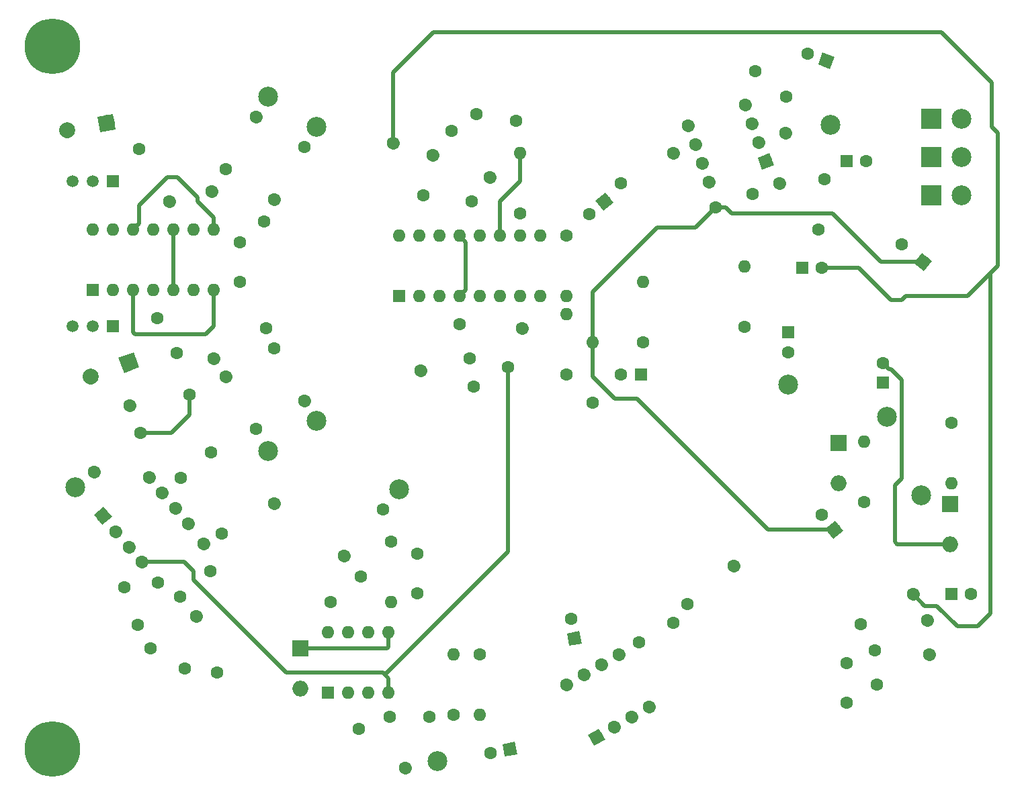
<source format=gbr>
G04 #@! TF.GenerationSoftware,KiCad,Pcbnew,(5.1.2-1)-1*
G04 #@! TF.CreationDate,2021-02-01T13:45:36-05:00*
G04 #@! TF.ProjectId,MFOS - Voltage Controlled Reverb,4d464f53-202d-4205-966f-6c7461676520,rev?*
G04 #@! TF.SameCoordinates,Original*
G04 #@! TF.FileFunction,Copper,L2,Bot*
G04 #@! TF.FilePolarity,Positive*
%FSLAX46Y46*%
G04 Gerber Fmt 4.6, Leading zero omitted, Abs format (unit mm)*
G04 Created by KiCad (PCBNEW (5.1.2-1)-1) date 2021-02-01 13:45:36*
%MOMM*%
%LPD*%
G04 APERTURE LIST*
%ADD10C,7.000000*%
%ADD11C,1.600000*%
%ADD12C,0.100000*%
%ADD13R,1.600000X1.600000*%
%ADD14R,1.500000X1.500000*%
%ADD15C,1.500000*%
%ADD16C,2.000000*%
%ADD17C,2.000000*%
%ADD18R,2.000000X2.000000*%
%ADD19O,2.000000X2.000000*%
%ADD20C,2.499360*%
%ADD21R,2.499360X2.499360*%
%ADD22C,1.600000*%
%ADD23O,1.600000X1.600000*%
%ADD24C,0.500000*%
G04 APERTURE END LIST*
D10*
X18288000Y-106680000D03*
X18288000Y-18034000D03*
D11*
X113474768Y-18956950D03*
X115824000Y-19812000D03*
D12*
G36*
X116849370Y-19333862D02*
G01*
X116302138Y-20837370D01*
X114798630Y-20290138D01*
X115345862Y-18786630D01*
X116849370Y-19333862D01*
X116849370Y-19333862D01*
G37*
D11*
X110998000Y-56602000D03*
D13*
X110998000Y-54102000D03*
D11*
X83639880Y-90247981D03*
X84074000Y-92710000D03*
D12*
G36*
X85000765Y-93358928D02*
G01*
X83425072Y-93636765D01*
X83147235Y-92061072D01*
X84722928Y-91783235D01*
X85000765Y-93358928D01*
X85000765Y-93358928D01*
G37*
D11*
X134072000Y-87122000D03*
D13*
X131572000Y-87122000D03*
D11*
X122936000Y-57952000D03*
D13*
X122936000Y-60452000D03*
D11*
X73483981Y-107114120D03*
X75946000Y-106680000D03*
D12*
G36*
X76594928Y-105753235D02*
G01*
X76872765Y-107328928D01*
X75297072Y-107606765D01*
X75019235Y-106031072D01*
X76594928Y-105753235D01*
X76594928Y-105753235D01*
G37*
D11*
X120864000Y-32512000D03*
D13*
X118364000Y-32512000D03*
D11*
X85968889Y-39198969D03*
X87884000Y-37592000D03*
D12*
G36*
X87982605Y-36464934D02*
G01*
X89011066Y-37690605D01*
X87785395Y-38719066D01*
X86756934Y-37493395D01*
X87982605Y-36464934D01*
X87982605Y-36464934D01*
G37*
D11*
X115276000Y-45974000D03*
D13*
X112776000Y-45974000D03*
D11*
X89956000Y-59436000D03*
D13*
X92456000Y-59436000D03*
D11*
X115233031Y-77078889D03*
X116840000Y-78994000D03*
D12*
G36*
X117967066Y-79092605D02*
G01*
X116741395Y-80121066D01*
X115712934Y-78895395D01*
X116938605Y-77866934D01*
X117967066Y-79092605D01*
X117967066Y-79092605D01*
G37*
D14*
X25908000Y-35052000D03*
D15*
X20828000Y-35052000D03*
X23368000Y-35052000D03*
D14*
X25908000Y-53340000D03*
D15*
X20828000Y-53340000D03*
X23368000Y-53340000D03*
D11*
X38258061Y-84237861D03*
X34427839Y-87451799D03*
X96532127Y-90718000D03*
X92202000Y-93218000D03*
X35021677Y-96447442D03*
X30691550Y-93947442D03*
X64262000Y-87042000D03*
X64262000Y-82042000D03*
X106552463Y-36643899D03*
X101854000Y-38354000D03*
X34483068Y-72422786D03*
X38313290Y-69208848D03*
X57170222Y-84924062D03*
X53340000Y-88138000D03*
X31496000Y-52324000D03*
X33996000Y-56654127D03*
X71783961Y-26563759D03*
X76708000Y-27432000D03*
X128016000Y-45212000D03*
D12*
G36*
X129143066Y-45113395D02*
G01*
X128114605Y-46339066D01*
X126888934Y-45310605D01*
X127917395Y-44084934D01*
X129143066Y-45113395D01*
X129143066Y-45113395D01*
G37*
D11*
X125334844Y-42962243D03*
X110744000Y-24384000D03*
X106913778Y-21170062D03*
X27381492Y-86272186D03*
X29091593Y-90970649D03*
X65786000Y-102616000D03*
X60786000Y-102616000D03*
X41910000Y-42752000D03*
X41910000Y-47752000D03*
X71374000Y-60960000D03*
X75704127Y-58460000D03*
X118364000Y-95838000D03*
X118364000Y-100838000D03*
D16*
X23166361Y-59649462D03*
D17*
X23166361Y-59649462D02*
X23166361Y-59649462D01*
D16*
X27940000Y-57912000D03*
D12*
G36*
X28537672Y-56630287D02*
G01*
X29221713Y-58509672D01*
X27342328Y-59193713D01*
X26658287Y-57314328D01*
X28537672Y-56630287D01*
X28537672Y-56630287D01*
G37*
D16*
X25146000Y-27686000D03*
D12*
G36*
X25957160Y-26527544D02*
G01*
X26304456Y-28497160D01*
X24334840Y-28844456D01*
X23987544Y-26874840D01*
X25957160Y-26527544D01*
X25957160Y-26527544D01*
G37*
D16*
X20143177Y-28568133D03*
D17*
X20143177Y-28568133D02*
X20143177Y-28568133D01*
D18*
X49530000Y-93980000D03*
D19*
X49530000Y-99060000D03*
X131419600Y-80822800D03*
D18*
X131419600Y-75742800D03*
D20*
X51562000Y-65278000D03*
X116332000Y-27940000D03*
X45466000Y-24384000D03*
X45466000Y-69088000D03*
X51562000Y-28194000D03*
X61976000Y-73914000D03*
X66802000Y-108204000D03*
X21218287Y-73606053D03*
X123444000Y-64770000D03*
X110998000Y-60706000D03*
D21*
X129032000Y-32004000D03*
D20*
X132842000Y-32004000D03*
X132842000Y-36830000D03*
D21*
X129032000Y-36830000D03*
X129032000Y-27178000D03*
D20*
X132842000Y-27178000D03*
X127762000Y-74676000D03*
D11*
X29390451Y-66748795D03*
X23553192Y-71646837D03*
D22*
X23553192Y-71646837D02*
X23553192Y-71646837D01*
D11*
X36477041Y-89872162D03*
D22*
X36477041Y-89872162D02*
X36477041Y-89872162D01*
D11*
X39083234Y-97032620D03*
X31572652Y-85657329D03*
X37409911Y-80759287D03*
D22*
X37409911Y-80759287D02*
X37409911Y-80759287D01*
D11*
X120624600Y-75514200D03*
D23*
X120624600Y-67894200D03*
X131572000Y-73152000D03*
D11*
X131572000Y-65532000D03*
X98298000Y-88392000D03*
X104135259Y-83493958D03*
D22*
X104135259Y-83493958D02*
X104135259Y-83493958D01*
D11*
X35560000Y-61976000D03*
X28055765Y-63299199D03*
D22*
X28055765Y-63299199D02*
X28055765Y-63299199D01*
D11*
X39624000Y-79502000D03*
X46223114Y-75692000D03*
D22*
X46223114Y-75692000D02*
X46223114Y-75692000D01*
D11*
X120142000Y-90932000D03*
X126741114Y-87122000D03*
D22*
X126741114Y-87122000D02*
X126741114Y-87122000D01*
D11*
X83058000Y-59436000D03*
D23*
X83058000Y-51816000D03*
D11*
X45212000Y-53594000D03*
X38612886Y-57404000D03*
D22*
X38612886Y-57404000D02*
X38612886Y-57404000D01*
D11*
X64697958Y-58923259D03*
D22*
X64697958Y-58923259D02*
X64697958Y-58923259D01*
D11*
X69596000Y-53086000D03*
X50038000Y-62733114D03*
D22*
X50038000Y-62733114D02*
X50038000Y-62733114D01*
D11*
X46228000Y-56134000D03*
X43942000Y-66294000D03*
X40132000Y-59694886D03*
D22*
X40132000Y-59694886D02*
X40132000Y-59694886D01*
D11*
X77465114Y-53594000D03*
D22*
X77465114Y-53594000D02*
X77465114Y-53594000D01*
D11*
X70866000Y-57404000D03*
X86360000Y-62992000D03*
D23*
X86360000Y-55372000D03*
X92710000Y-47752000D03*
D11*
X92710000Y-55372000D03*
X61214000Y-30230886D03*
D22*
X61214000Y-30230886D02*
X61214000Y-30230886D01*
D11*
X65024000Y-36830000D03*
X89916000Y-35306000D03*
X96515114Y-31496000D03*
D22*
X96515114Y-31496000D02*
X96515114Y-31496000D01*
D23*
X105486200Y-45745400D03*
D11*
X105486200Y-53365400D03*
X33020000Y-37587114D03*
D22*
X33020000Y-37587114D02*
X33020000Y-37587114D01*
D11*
X29210000Y-30988000D03*
X110671958Y-28960741D03*
D22*
X110671958Y-28960741D02*
X110671958Y-28960741D01*
D11*
X115570000Y-34798000D03*
X109909958Y-35310741D03*
D22*
X109909958Y-35310741D02*
X109909958Y-35310741D01*
D11*
X114808000Y-41148000D03*
X44958000Y-40132000D03*
X38358886Y-36322000D03*
D22*
X38358886Y-36322000D02*
X38358886Y-36322000D01*
D11*
X71120000Y-37592000D03*
X66221958Y-31754741D03*
D22*
X66221958Y-31754741D02*
X66221958Y-31754741D01*
D23*
X83058000Y-49530000D03*
D11*
X83058000Y-41910000D03*
X43942000Y-26928886D03*
D22*
X43942000Y-26928886D02*
X43942000Y-26928886D01*
D11*
X40132000Y-33528000D03*
X50038000Y-30734000D03*
X46228000Y-37333114D03*
D22*
X46228000Y-37333114D02*
X46228000Y-37333114D01*
D11*
X73478042Y-34539259D03*
D22*
X73478042Y-34539259D02*
X73478042Y-34539259D01*
D11*
X68580000Y-28702000D03*
X77216000Y-39116000D03*
D23*
X77216000Y-31496000D03*
D11*
X60960000Y-80518000D03*
D23*
X60960000Y-88138000D03*
D11*
X56896000Y-104140000D03*
X62733259Y-109038042D03*
D22*
X62733259Y-109038042D02*
X62733259Y-109038042D01*
D11*
X55045958Y-82291259D03*
D22*
X55045958Y-82291259D02*
X55045958Y-82291259D01*
D11*
X59944000Y-76454000D03*
X72136000Y-94742000D03*
D23*
X72136000Y-102362000D03*
X68834000Y-94742000D03*
D11*
X68834000Y-102362000D03*
X128519114Y-90424000D03*
D22*
X128519114Y-90424000D02*
X128519114Y-90424000D01*
D11*
X121920000Y-94234000D03*
X128773114Y-94742000D03*
D22*
X128773114Y-94742000D02*
X128773114Y-94742000D01*
D11*
X122174000Y-98552000D03*
X86868000Y-105156000D03*
D12*
G36*
X87960820Y-105448820D02*
G01*
X86575180Y-106248820D01*
X85775180Y-104863180D01*
X87160820Y-104063180D01*
X87960820Y-105448820D01*
X87960820Y-105448820D01*
G37*
D11*
X89657114Y-94746886D03*
D22*
X89657114Y-94746886D02*
X89657114Y-94746886D01*
D11*
X89067705Y-103886000D03*
D22*
X89067705Y-103886000D02*
X89067705Y-103886000D01*
D11*
X87457409Y-96016886D03*
D22*
X87457409Y-96016886D02*
X87457409Y-96016886D01*
D11*
X91267409Y-102616000D03*
D22*
X91267409Y-102616000D02*
X91267409Y-102616000D01*
D11*
X85257705Y-97286886D03*
D22*
X85257705Y-97286886D02*
X85257705Y-97286886D01*
D11*
X93467114Y-101346000D03*
D22*
X93467114Y-101346000D02*
X93467114Y-101346000D01*
D11*
X83058000Y-98556886D03*
D22*
X83058000Y-98556886D02*
X83058000Y-98556886D01*
D11*
X30524875Y-72328897D03*
D22*
X30524875Y-72328897D02*
X30524875Y-72328897D01*
D11*
X29585658Y-83064198D03*
D22*
X29585658Y-83064198D02*
X29585658Y-83064198D01*
D11*
X32157555Y-74274650D03*
D22*
X32157555Y-74274650D02*
X32157555Y-74274650D01*
D11*
X27952977Y-81118445D03*
D22*
X27952977Y-81118445D02*
X27952977Y-81118445D01*
D11*
X33790236Y-76220403D03*
D22*
X33790236Y-76220403D02*
X33790236Y-76220403D01*
D11*
X26320297Y-79172692D03*
D22*
X26320297Y-79172692D02*
X26320297Y-79172692D01*
D11*
X35422916Y-78166156D03*
D22*
X35422916Y-78166156D02*
X35422916Y-78166156D01*
D11*
X24687616Y-77226939D03*
D12*
G36*
X24589011Y-78354005D02*
G01*
X23560550Y-77128334D01*
X24786221Y-76099873D01*
X25814682Y-77325544D01*
X24589011Y-78354005D01*
X24589011Y-78354005D01*
G37*
D13*
X23368000Y-48768000D03*
D23*
X38608000Y-41148000D03*
X25908000Y-48768000D03*
X36068000Y-41148000D03*
X28448000Y-48768000D03*
X33528000Y-41148000D03*
X30988000Y-48768000D03*
X30988000Y-41148000D03*
X33528000Y-48768000D03*
X28448000Y-41148000D03*
X36068000Y-48768000D03*
X25908000Y-41148000D03*
X38608000Y-48768000D03*
X23368000Y-41148000D03*
D13*
X61976000Y-49530000D03*
D23*
X79756000Y-41910000D03*
X64516000Y-49530000D03*
X77216000Y-41910000D03*
X67056000Y-49530000D03*
X74676000Y-41910000D03*
X69596000Y-49530000D03*
X72136000Y-41910000D03*
X72136000Y-49530000D03*
X69596000Y-41910000D03*
X74676000Y-49530000D03*
X67056000Y-41910000D03*
X77216000Y-49530000D03*
X64516000Y-41910000D03*
X79756000Y-49530000D03*
X61976000Y-41910000D03*
D11*
X101043542Y-35118193D03*
D22*
X101043542Y-35118193D02*
X101043542Y-35118193D01*
D11*
X105597807Y-25351542D03*
D22*
X105597807Y-25351542D02*
X105597807Y-25351542D01*
D11*
X100174811Y-32731374D03*
D22*
X100174811Y-32731374D02*
X100174811Y-32731374D01*
D11*
X106466538Y-27738361D03*
D22*
X106466538Y-27738361D02*
X106466538Y-27738361D01*
D11*
X99306080Y-30344555D03*
D22*
X99306080Y-30344555D02*
X99306080Y-30344555D01*
D11*
X107335269Y-30125181D03*
D22*
X107335269Y-30125181D02*
X107335269Y-30125181D01*
D11*
X98437349Y-27957736D03*
D22*
X98437349Y-27957736D02*
X98437349Y-27957736D01*
D11*
X108204000Y-32512000D03*
D12*
G36*
X108682138Y-31486630D02*
G01*
X109229370Y-32990138D01*
X107725862Y-33537370D01*
X107178630Y-32033862D01*
X108682138Y-31486630D01*
X108682138Y-31486630D01*
G37*
D13*
X53060600Y-99542600D03*
D23*
X60680600Y-91922600D03*
X55600600Y-99542600D03*
X58140600Y-91922600D03*
X58140600Y-99542600D03*
X55600600Y-91922600D03*
X60680600Y-99542600D03*
X53060600Y-91922600D03*
D18*
X117348000Y-68072000D03*
D19*
X117348000Y-73152000D03*
D24*
X86360000Y-55372000D02*
X86360000Y-49022000D01*
X86360000Y-49022000D02*
X94488000Y-40894000D01*
X99314000Y-40894000D02*
X101854000Y-38354000D01*
X94488000Y-40894000D02*
X99314000Y-40894000D01*
X128016000Y-45212000D02*
X122682000Y-45212000D01*
X122682000Y-45212000D02*
X116586000Y-39116000D01*
X116586000Y-39116000D02*
X103886000Y-39116000D01*
X103124000Y-38354000D02*
X101854000Y-38354000D01*
X103886000Y-39116000D02*
X103124000Y-38354000D01*
X116840000Y-78994000D02*
X108458000Y-78994000D01*
X108458000Y-78994000D02*
X91948000Y-62484000D01*
X91948000Y-62484000D02*
X89154000Y-62484000D01*
X89154000Y-62484000D02*
X86360000Y-59690000D01*
X86360000Y-59690000D02*
X86360000Y-55372000D01*
X74676000Y-41910000D02*
X74676000Y-37592000D01*
X77216000Y-35052000D02*
X77216000Y-31496000D01*
X74676000Y-37592000D02*
X77216000Y-35052000D01*
X29390451Y-66748795D02*
X33327205Y-66748795D01*
X35560000Y-64516000D02*
X35560000Y-61976000D01*
X33327205Y-66748795D02*
X35560000Y-64516000D01*
X33528000Y-48768000D02*
X33528000Y-41148000D01*
X124460000Y-73406000D02*
X124460000Y-80518000D01*
X125343681Y-72522319D02*
X124460000Y-73406000D01*
X124460000Y-80518000D02*
X124764800Y-80822800D01*
X123735999Y-58751999D02*
X124006001Y-58751999D01*
X125343681Y-60089679D02*
X125343681Y-72522319D01*
X124764800Y-80822800D02*
X131419600Y-80822800D01*
X124006001Y-58751999D02*
X125343681Y-60089679D01*
X122936000Y-57952000D02*
X123735999Y-58751999D01*
X70395999Y-42709999D02*
X69596000Y-41910000D01*
X70395999Y-48730001D02*
X70395999Y-42709999D01*
X69596000Y-49530000D02*
X70395999Y-48730001D01*
X115276000Y-45974000D02*
X119888000Y-45974000D01*
X119888000Y-45974000D02*
X123952000Y-50038000D01*
X125334926Y-50038000D02*
X125842926Y-49530000D01*
X123952000Y-50038000D02*
X125334926Y-50038000D01*
X125842926Y-49530000D02*
X133604000Y-49530000D01*
X137414000Y-28938471D02*
X136652000Y-28176471D01*
X137414000Y-45720000D02*
X137414000Y-28938471D01*
X136652000Y-28176471D02*
X136652000Y-22606000D01*
X136652000Y-22606000D02*
X130302000Y-16256000D01*
X130302000Y-16256000D02*
X66294000Y-16256000D01*
X61214000Y-21336000D02*
X61214000Y-30230886D01*
X66294000Y-16256000D02*
X61214000Y-21336000D01*
X128191115Y-88572001D02*
X129720001Y-88572001D01*
X126741114Y-87122000D02*
X128191115Y-88572001D01*
X129720001Y-88572001D02*
X132334000Y-91186000D01*
X132334000Y-91186000D02*
X134874000Y-91186000D01*
X134874000Y-91186000D02*
X136525000Y-89535000D01*
X136525000Y-89535000D02*
X136525000Y-46609000D01*
X136525000Y-46609000D02*
X137414000Y-45720000D01*
X133604000Y-49530000D02*
X136525000Y-46609000D01*
X60680600Y-93751400D02*
X60680600Y-91922600D01*
X60452000Y-93980000D02*
X60680600Y-93751400D01*
X49530000Y-93980000D02*
X60452000Y-93980000D01*
X60680600Y-97764600D02*
X60680600Y-99542600D01*
X47752000Y-97028000D02*
X59944000Y-97028000D01*
X36068000Y-84193802D02*
X36068000Y-85344000D01*
X36068000Y-85344000D02*
X47752000Y-97028000D01*
X34938396Y-83064198D02*
X36068000Y-84193802D01*
X29585658Y-83064198D02*
X34938396Y-83064198D01*
X75704127Y-81775873D02*
X75704127Y-58460000D01*
X60198000Y-97282000D02*
X75704127Y-81775873D01*
X59944000Y-97028000D02*
X60198000Y-97282000D01*
X60198000Y-97282000D02*
X60680600Y-97764600D01*
X28448000Y-48768000D02*
X28448000Y-54102000D01*
X28448000Y-54102000D02*
X28702000Y-54356000D01*
X28702000Y-54356000D02*
X37592000Y-54356000D01*
X38608000Y-53340000D02*
X38608000Y-48768000D01*
X37592000Y-54356000D02*
X38608000Y-53340000D01*
X29247999Y-40348001D02*
X29247999Y-38062001D01*
X28448000Y-41148000D02*
X29247999Y-40348001D01*
X29247999Y-38062001D02*
X32766000Y-34544000D01*
X32766000Y-34544000D02*
X34036000Y-34544000D01*
X34036000Y-34544000D02*
X36576000Y-37084000D01*
X36576000Y-37084000D02*
X36576000Y-37592000D01*
X38608000Y-39624000D02*
X38608000Y-41148000D01*
X36576000Y-37592000D02*
X38608000Y-39624000D01*
M02*

</source>
